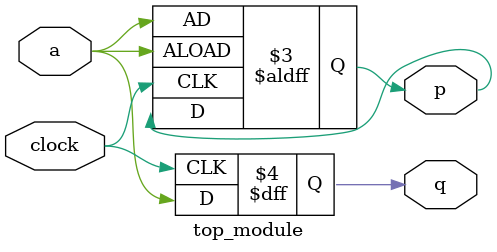
<source format=sv>
module top_module (
    input clock,
    input a,
    output reg p,
    output reg q
);

    always @(posedge clock) 
        q <= a;
    
    always @(posedge clock or posedge a) 
        if (a)
            p <= a;

endmodule

</source>
